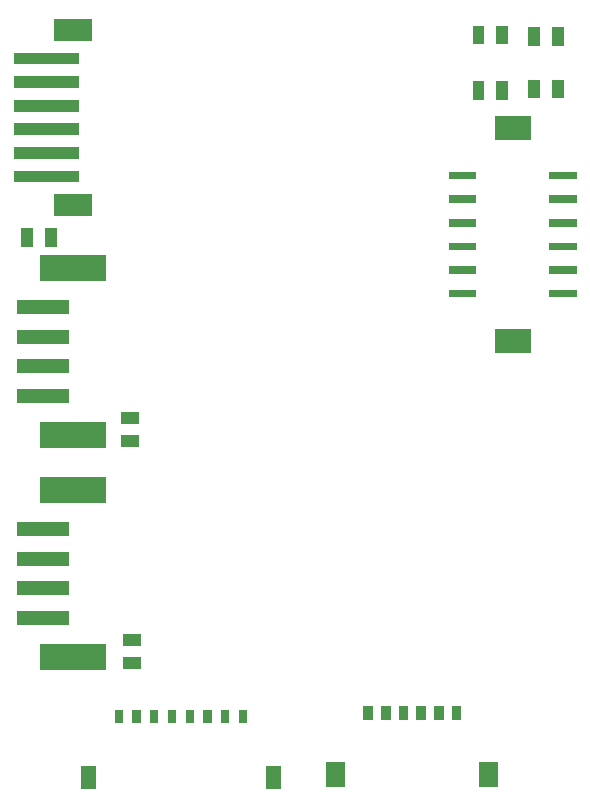
<source format=gbp>
G04 Layer: BottomPasteMaskLayer*
G04 EasyEDA v6.4.17, 2021-03-07T15:12:51--8:00*
G04 6c535f378de342b990020bc8b1c8526d,b5aacd518854429a9b9924e8a25dcfd8,10*
G04 Gerber Generator version 0.2*
G04 Scale: 100 percent, Rotated: No, Reflected: No *
G04 Dimensions in inches *
G04 leading zeros omitted , absolute positions ,3 integer and 6 decimal *
%FSLAX36Y36*%
%MOIN*%

%ADD10C,0.0001*%

%LPD*%
G36*
X275279Y543859D02*
G01*
X275279Y590860D01*
X102279Y590860D01*
X102279Y543859D01*
G37*
G36*
X275279Y642290D02*
G01*
X275279Y689290D01*
X102279Y689290D01*
X102279Y642290D01*
G37*
G36*
X275279Y740710D02*
G01*
X275279Y787710D01*
X102279Y787710D01*
X102279Y740710D01*
G37*
G36*
X275279Y839140D02*
G01*
X275279Y886140D01*
X102279Y886140D01*
X102279Y839140D01*
G37*
G36*
X397279Y393940D02*
G01*
X397279Y480940D01*
X177279Y480940D01*
X177279Y393940D01*
G37*
G36*
X397279Y949060D02*
G01*
X397279Y1036060D01*
X177279Y1036060D01*
X177279Y949060D01*
G37*
G36*
X515511Y474685D02*
G01*
X515511Y514055D01*
X454488Y514055D01*
X454488Y474685D01*
G37*
G36*
X515511Y395945D02*
G01*
X515511Y435315D01*
X454488Y435315D01*
X454488Y395945D01*
G37*
G36*
X194685Y1804488D02*
G01*
X234054Y1804488D01*
X234054Y1865512D01*
X194685Y1865512D01*
G37*
G36*
X115944Y1804488D02*
G01*
X155314Y1804488D01*
X155314Y1865512D01*
X115944Y1865512D01*
G37*
G36*
X1884684Y2474488D02*
G01*
X1924054Y2474488D01*
X1924054Y2535512D01*
X1884684Y2535512D01*
G37*
G36*
X1805945Y2474488D02*
G01*
X1845315Y2474488D01*
X1845315Y2535512D01*
X1805945Y2535512D01*
G37*
G36*
X1699684Y2479488D02*
G01*
X1739054Y2479488D01*
X1739054Y2540512D01*
X1699684Y2540512D01*
G37*
G36*
X1620945Y2479488D02*
G01*
X1660315Y2479488D01*
X1660315Y2540512D01*
X1620945Y2540512D01*
G37*
G36*
X1884684Y2299488D02*
G01*
X1924054Y2299488D01*
X1924054Y2360512D01*
X1884684Y2360512D01*
G37*
G36*
X1805945Y2299488D02*
G01*
X1845315Y2299488D01*
X1845315Y2360512D01*
X1805945Y2360512D01*
G37*
G36*
X1699684Y2294488D02*
G01*
X1739054Y2294488D01*
X1739054Y2355512D01*
X1699684Y2355512D01*
G37*
G36*
X1620945Y2294488D02*
G01*
X1660315Y2294488D01*
X1660315Y2355512D01*
X1620945Y2355512D01*
G37*
G36*
X510511Y1214685D02*
G01*
X510511Y1254055D01*
X449488Y1254055D01*
X449488Y1214685D01*
G37*
G36*
X510511Y1135945D02*
G01*
X510511Y1175315D01*
X449488Y1175315D01*
X449488Y1135945D01*
G37*
G36*
X1967599Y1660945D02*
G01*
X1877047Y1660945D01*
X1877047Y1635354D01*
X1967599Y1635354D01*
G37*
G36*
X1632951Y1660945D02*
G01*
X1542399Y1660945D01*
X1542399Y1635354D01*
X1632951Y1635354D01*
G37*
G36*
X1967599Y1739685D02*
G01*
X1877046Y1739685D01*
X1877046Y1714095D01*
X1967599Y1714095D01*
G37*
G36*
X1632951Y1739685D02*
G01*
X1542399Y1739685D01*
X1542399Y1714095D01*
X1632951Y1714095D01*
G37*
G36*
X1967599Y1818424D02*
G01*
X1877046Y1818424D01*
X1877046Y1792835D01*
X1967599Y1792835D01*
G37*
G36*
X1632951Y1818424D02*
G01*
X1542399Y1818424D01*
X1542399Y1792835D01*
X1632951Y1792835D01*
G37*
G36*
X1967599Y1897165D02*
G01*
X1877046Y1897165D01*
X1877046Y1871575D01*
X1967599Y1871575D01*
G37*
G36*
X1632951Y1897165D02*
G01*
X1542399Y1897165D01*
X1542399Y1871575D01*
X1632951Y1871575D01*
G37*
G36*
X1967599Y1975905D02*
G01*
X1877046Y1975905D01*
X1877046Y1950315D01*
X1967599Y1950315D01*
G37*
G36*
X1632951Y1975905D02*
G01*
X1542399Y1975905D01*
X1542399Y1950315D01*
X1632951Y1950315D01*
G37*
G36*
X1967599Y2054645D02*
G01*
X1877046Y2054645D01*
X1877046Y2029055D01*
X1967599Y2029055D01*
G37*
G36*
X1632951Y2054645D02*
G01*
X1542399Y2054645D01*
X1542399Y2029055D01*
X1632951Y2029055D01*
G37*
G36*
X1814054Y2238701D02*
G01*
X1695945Y2238701D01*
X1695945Y2159961D01*
X1814054Y2159961D01*
G37*
G36*
X1814054Y1530039D02*
G01*
X1695945Y1530039D01*
X1695945Y1451299D01*
X1814054Y1451299D01*
G37*
G36*
X92439Y2057835D02*
G01*
X92439Y2018465D01*
X308975Y2018465D01*
X308975Y2057835D01*
G37*
G36*
X92439Y2136575D02*
G01*
X92439Y2097205D01*
X308975Y2097205D01*
X308975Y2136575D01*
G37*
G36*
X92439Y2215315D02*
G01*
X92439Y2175945D01*
X308975Y2175945D01*
X308975Y2215315D01*
G37*
G36*
X92439Y2294055D02*
G01*
X92439Y2254685D01*
X308975Y2254685D01*
X308975Y2294055D01*
G37*
G36*
X92439Y2372795D02*
G01*
X92439Y2333424D01*
X308975Y2333424D01*
X308975Y2372795D01*
G37*
G36*
X92439Y2451535D02*
G01*
X92439Y2412165D01*
X308975Y2412165D01*
X308975Y2451535D01*
G37*
G36*
X226298Y2561772D02*
G01*
X226298Y2490906D01*
X352283Y2490906D01*
X352283Y2561772D01*
G37*
G36*
X226298Y1979094D02*
G01*
X226298Y1908228D01*
X352283Y1908228D01*
X352283Y1979094D01*
G37*
G36*
X841102Y218346D02*
G01*
X868662Y218346D01*
X868662Y261654D01*
X841102Y261654D01*
G37*
G36*
X782047Y218346D02*
G01*
X809607Y218346D01*
X809607Y261654D01*
X782047Y261654D01*
G37*
G36*
X663937Y218346D02*
G01*
X691498Y218346D01*
X691498Y261654D01*
X663937Y261654D01*
G37*
G36*
X722992Y218346D02*
G01*
X750552Y218346D01*
X750552Y261654D01*
X722992Y261654D01*
G37*
G36*
X604882Y218346D02*
G01*
X632442Y218346D01*
X632442Y261654D01*
X604882Y261654D01*
G37*
G36*
X545826Y218346D02*
G01*
X573386Y218346D01*
X573386Y261654D01*
X545826Y261654D01*
G37*
G36*
X486771Y218346D02*
G01*
X514331Y218346D01*
X514331Y261654D01*
X486771Y261654D01*
G37*
G36*
X427716Y218346D02*
G01*
X455276Y218346D01*
X455276Y261654D01*
X427716Y261654D01*
G37*
G36*
X931141Y-2442D02*
G01*
X982323Y-2442D01*
X982323Y72362D01*
X931141Y72362D01*
G37*
G36*
X314056Y-2442D02*
G01*
X365237Y-2442D01*
X365237Y72362D01*
X314056Y72362D01*
G37*
G36*
X1551926Y227323D02*
G01*
X1583422Y227323D01*
X1583422Y274567D01*
X1551926Y274567D01*
G37*
G36*
X1492876Y227323D02*
G01*
X1524372Y227323D01*
X1524372Y274567D01*
X1492876Y274567D01*
G37*
G36*
X1374767Y227323D02*
G01*
X1406262Y227323D01*
X1406262Y274567D01*
X1374767Y274567D01*
G37*
G36*
X1433816Y226928D02*
G01*
X1465312Y226928D01*
X1465312Y274961D01*
X1433816Y274961D01*
G37*
G36*
X1315707Y227323D02*
G01*
X1347202Y227323D01*
X1347202Y274567D01*
X1315707Y274567D01*
G37*
G36*
X1256656Y227323D02*
G01*
X1288153Y227323D01*
X1288153Y274567D01*
X1256656Y274567D01*
G37*
G36*
X1642992Y4566D02*
G01*
X1705985Y4566D01*
X1705985Y87244D01*
X1642992Y87244D01*
G37*
G36*
X1132597Y4566D02*
G01*
X1195590Y4566D01*
X1195590Y87244D01*
X1132597Y87244D01*
G37*
G36*
X275279Y1283859D02*
G01*
X275279Y1330860D01*
X102279Y1330860D01*
X102279Y1283859D01*
G37*
G36*
X275279Y1382290D02*
G01*
X275279Y1429290D01*
X102279Y1429290D01*
X102279Y1382290D01*
G37*
G36*
X275279Y1480710D02*
G01*
X275279Y1527710D01*
X102279Y1527710D01*
X102279Y1480710D01*
G37*
G36*
X275279Y1579140D02*
G01*
X275279Y1626140D01*
X102279Y1626140D01*
X102279Y1579140D01*
G37*
G36*
X397279Y1133940D02*
G01*
X397279Y1220940D01*
X177279Y1220940D01*
X177279Y1133940D01*
G37*
G36*
X397279Y1689060D02*
G01*
X397279Y1776060D01*
X177279Y1776060D01*
X177279Y1689060D01*
G37*
M02*

</source>
